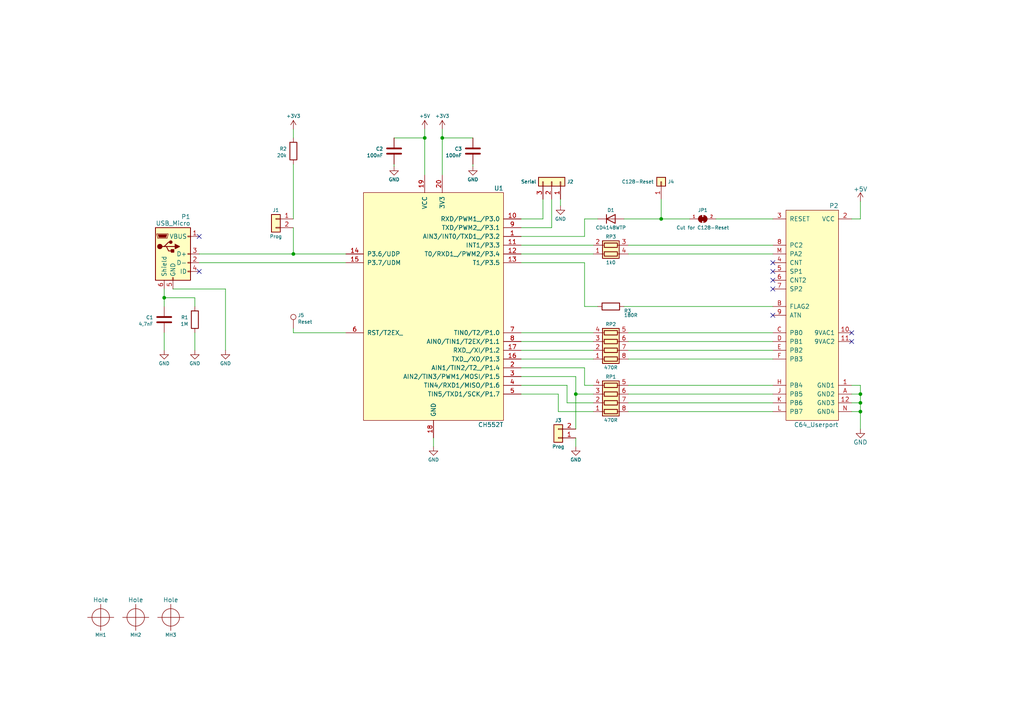
<source format=kicad_sch>
(kicad_sch (version 20211123) (generator eeschema)
  (paper "A4")
  (lib_symbols
    (symbol "Device:C" (pin_numbers hide) (pin_names (offset 0.254))
      (property "Reference" "C" (at 0.635 2.54 0))
      (property "Value" "C" (at 0.635 -2.54 0))
      (symbol "C_0_1"
        (polyline (pts (xy -2.032 -0.762) (xy 2.032 -0.762)) (stroke (width 0.508)))
        (polyline (pts (xy -2.032 0.762) (xy 2.032 0.762)) (stroke (width 0.508)))
      )
      (symbol "C_1_1"
        (pin passive line (at 0 3.81 270) (length 2.794) (name "~") (number "1"))
        (pin passive line (at 0 -3.81 90) (length 2.794) (name "~") (number "2"))
      )
    )
    (symbol "Device:D" (pin_numbers hide) (pin_names (offset 1.016) hide)
      (property "Reference" "D" (at 0 2.54 0))
      (property "Value" "D" (at 0 -2.54 0))
      (symbol "D_0_1"
        (polyline (pts (xy -1.27 1.27) (xy -1.27 -1.27)) (stroke (width 0.254)))
        (polyline (pts (xy 1.27 0) (xy -1.27 0)))
        (polyline (pts (xy 1.27 1.27) (xy 1.27 -1.27) (xy -1.27 0) (xy 1.27 1.27)) (stroke (width 0.254)))
      )
      (symbol "D_1_1"
        (pin passive line (at -3.81 0 0) (length 2.54) (name "K") (number "1"))
        (pin passive line (at 3.81 0 180) (length 2.54) (name "A") (number "2"))
      )
    )
    (symbol "Device:R" (pin_numbers hide) (pin_names (offset 0))
      (property "Reference" "R" (at 2.032 0 90))
      (property "Value" "R" (at 0 0 90))
      (symbol "R_0_1"
        (rectangle (start -1.016 -2.54) (end 1.016 2.54) (stroke (width 0.254)))
      )
      (symbol "R_1_1"
        (pin passive line (at 0 3.81 270) (length 1.27) (name "~") (number "1"))
        (pin passive line (at 0 -3.81 90) (length 1.27) (name "~") (number "2"))
      )
    )
    (symbol "Device:R_Pack02" (pin_names (offset 0) hide)
      (property "Reference" "RN" (at -5.08 0 90))
      (property "Value" "R_Pack02" (at 2.54 0 90))
      (symbol "R_Pack02_0_1"
        (rectangle (start -3.81 -2.413) (end 1.27 2.413) (stroke (width 0.254)) (fill (type background)))
        (rectangle (start -3.175 1.905) (end -1.905 -1.905) (stroke (width 0.254)))
        (rectangle (start -0.635 1.905) (end 0.635 -1.905) (stroke (width 0.254)))
        (polyline (pts (xy -2.54 -2.54) (xy -2.54 -1.905)))
        (polyline (pts (xy -2.54 1.905) (xy -2.54 2.54)))
        (polyline (pts (xy 0 -2.54) (xy 0 -1.905)))
        (polyline (pts (xy 0 1.905) (xy 0 2.54)))
      )
      (symbol "R_Pack02_1_1"
        (pin passive line (at -2.54 -5.08 90) (length 2.54) (name "R1.1") (number "1"))
        (pin passive line (at 0 -5.08 90) (length 2.54) (name "R2.1") (number "2"))
        (pin passive line (at 0 5.08 270) (length 2.54) (name "R2.2") (number "3"))
        (pin passive line (at -2.54 5.08 270) (length 2.54) (name "R1.2") (number "4"))
      )
    )
    (symbol "Device:R_Pack04" (pin_names (offset 0) hide)
      (property "Reference" "RN" (at -7.62 0 90))
      (property "Value" "R_Pack04" (at 5.08 0 90))
      (symbol "R_Pack04_0_1"
        (rectangle (start -6.35 -2.413) (end 3.81 2.413) (stroke (width 0.254)) (fill (type background)))
        (rectangle (start -5.715 1.905) (end -4.445 -1.905) (stroke (width 0.254)))
        (rectangle (start -3.175 1.905) (end -1.905 -1.905) (stroke (width 0.254)))
        (rectangle (start -0.635 1.905) (end 0.635 -1.905) (stroke (width 0.254)))
        (polyline (pts (xy -5.08 -2.54) (xy -5.08 -1.905)))
        (polyline (pts (xy -5.08 1.905) (xy -5.08 2.54)))
        (polyline (pts (xy -2.54 -2.54) (xy -2.54 -1.905)))
        (polyline (pts (xy -2.54 1.905) (xy -2.54 2.54)))
        (polyline (pts (xy 0 -2.54) (xy 0 -1.905)))
        (polyline (pts (xy 0 1.905) (xy 0 2.54)))
        (polyline (pts (xy 2.54 -2.54) (xy 2.54 -1.905)))
        (polyline (pts (xy 2.54 1.905) (xy 2.54 2.54)))
        (rectangle (start 1.905 1.905) (end 3.175 -1.905) (stroke (width 0.254)))
      )
      (symbol "R_Pack04_1_1"
        (pin passive line (at -5.08 -5.08 90) (length 2.54) (name "R1.1") (number "1"))
        (pin passive line (at -2.54 -5.08 90) (length 2.54) (name "R2.1") (number "2"))
        (pin passive line (at 0 -5.08 90) (length 2.54) (name "R3.1") (number "3"))
        (pin passive line (at 2.54 -5.08 90) (length 2.54) (name "R4.1") (number "4"))
        (pin passive line (at 2.54 5.08 270) (length 2.54) (name "R4.2") (number "5"))
        (pin passive line (at 0 5.08 270) (length 2.54) (name "R3.2") (number "6"))
        (pin passive line (at -2.54 5.08 270) (length 2.54) (name "R2.2") (number "7"))
        (pin passive line (at -5.08 5.08 270) (length 2.54) (name "R1.2") (number "8"))
      )
    )
    (symbol "TTB:CH552T" (pin_names (offset 1.016))
      (property "Reference" "U" (at 17.78 -34.925 0))
      (property "Value" "CH552T" (at 15.24 34.29 0))
      (symbol "CH552T_0_1"
        (rectangle (start -20.32 33.02) (end 20.32 -33.02) (fill (type background)))
      )
      (symbol "CH552T_1_1"
        (pin bidirectional line (at 25.4 20.32 180) (length 5.08) (name "AIN3/INT0/TXD1_/P3.2") (number "1"))
        (pin bidirectional line (at 25.4 25.4 180) (length 5.08) (name "RXD/PWM1_/P3.0") (number "10"))
        (pin bidirectional line (at 25.4 17.78 180) (length 5.08) (name "INT1/P3.3") (number "11"))
        (pin bidirectional line (at 25.4 15.24 180) (length 5.08) (name "T0/RXD1_/PWM2/P3.4") (number "12"))
        (pin bidirectional line (at 25.4 12.7 180) (length 5.08) (name "T1/P3.5") (number "13"))
        (pin bidirectional line (at -25.4 15.24 0) (length 5.08) (name "P3.6/UDP") (number "14"))
        (pin bidirectional line (at -25.4 12.7 0) (length 5.08) (name "P3.7/UDM") (number "15"))
        (pin bidirectional line (at 25.4 -15.24 180) (length 5.08) (name "TXD_/XO/P1.3") (number "16"))
        (pin bidirectional line (at 25.4 -12.7 180) (length 5.08) (name "RXD_/XI/P1.2") (number "17"))
        (pin power_in line (at 0 -38.1 90) (length 5.08) (name "GND") (number "18"))
        (pin power_in line (at -2.54 38.1 270) (length 5.08) (name "VCC") (number "19"))
        (pin bidirectional line (at 25.4 -17.78 180) (length 5.08) (name "AIN1/TIN2/T2_/P1.4") (number "2"))
        (pin power_out line (at 2.54 38.1 270) (length 5.08) (name "3V3") (number "20"))
        (pin bidirectional line (at 25.4 -20.32 180) (length 5.08) (name "AIN2/TIN3/PWM1/MOSI/P1.5") (number "3"))
        (pin bidirectional line (at 25.4 -22.86 180) (length 5.08) (name "TIN4/RXD1/MISO/P1.6") (number "4"))
        (pin bidirectional line (at 25.4 -25.4 180) (length 5.08) (name "TIN5/TXD1/SCK/P1.7") (number "5"))
        (pin input line (at -25.4 -7.62 0) (length 5.08) (name "RST/T2EX_") (number "6"))
        (pin bidirectional line (at 25.4 -7.62 180) (length 5.08) (name "TIN0/T2/P1.0") (number "7"))
        (pin bidirectional line (at 25.4 -10.16 180) (length 5.08) (name "AIN0/TIN1/T2EX/P1.1") (number "8"))
        (pin bidirectional line (at 25.4 22.86 180) (length 5.08) (name "TXD/PWM2_/P3.1") (number "9"))
      )
    )
    (symbol "TTB:Hole" (pin_names (offset 1.016))
      (property "Reference" "MH" (at 0 -5.08 0))
      (property "Value" "Hole" (at 0 5.08 0))
      (symbol "Hole_0_1"
        (polyline (pts (xy -3.81 0) (xy 3.81 0)))
        (polyline (pts (xy 0 3.81) (xy 0 -3.81)))
        (circle (center 0 0) (radius 2.54))
      )
    )
    (symbol "TTB:Solder-Jumper_2pol" (pin_names (offset 0) hide)
      (property "Reference" "JP" (at 0 1.905 0))
      (property "Value" "Solder-Jumper_2pol" (at 0 -1.905 0))
      (symbol "Solder-Jumper_2pol_1_1"
        (rectangle (start -0.508 0.508) (end 0.508 -0.508) (fill (type outline)))
        (arc (start -0.254 1.016) (mid -1.27 0) (end -0.254 -1.016))
        (arc (start -0.254 1.016) (mid -1.27 0) (end -0.254 -1.016) (fill (type outline)))
        (polyline (pts (xy -0.254 1.016) (xy -0.254 -1.016)))
        (polyline (pts (xy 0.254 1.016) (xy 0.254 -1.016)))
        (arc (start 0.254 -1.016) (mid 1.27 0) (end 0.254 1.016))
        (arc (start 0.254 -1.016) (mid 1.27 0) (end 0.254 1.016) (fill (type outline)))
        (pin passive line (at -3.81 0 0) (length 2.54) (name "A") (number "1"))
        (pin passive line (at 3.81 0 180) (length 2.54) (name "B") (number "2"))
      )
    )
    (symbol "TTB:TTB_C64_Userport2" (pin_names (offset 1.016))
      (property "Reference" "CON" (at 4.445 31.75 0))
      (property "Value" "TTB_C64_Userport2" (at 0 -31.75 0))
      (symbol "TTB_C64_Userport2_0_1"
        (rectangle (start -7.62 30.48) (end 7.62 -30.48) (fill (type background)))
      )
      (symbol "TTB_C64_Userport2_1_1"
        (pin power_out line (at 11.43 -20.32 180) (length 3.81) (name "GND1") (number "1"))
        (pin power_out line (at 11.43 -5.08 180) (length 3.81) (name "9VAC1") (number "10"))
        (pin power_out line (at 11.43 -7.62 180) (length 3.81) (name "9VAC2") (number "11"))
        (pin passive line (at 11.43 -25.4 180) (length 3.81) (name "GND3") (number "12"))
        (pin power_out line (at 11.43 27.94 180) (length 3.81) (name "VCC") (number "2"))
        (pin input line (at -11.43 27.94 0) (length 3.81) (name "RESET") (number "3"))
        (pin input line (at -11.43 15.24 0) (length 3.81) (name "CNT") (number "4"))
        (pin input line (at -11.43 12.7 0) (length 3.81) (name "SP1") (number "5"))
        (pin input line (at -11.43 10.16 0) (length 3.81) (name "CNT2") (number "6"))
        (pin input line (at -11.43 7.62 0) (length 3.81) (name "SP2") (number "7"))
        (pin input line (at -11.43 20.32 0) (length 3.81) (name "PC2") (number "8"))
        (pin input line (at -11.43 0 0) (length 3.81) (name "ATN") (number "9"))
        (pin passive line (at 11.43 -22.86 180) (length 3.81) (name "GND2") (number "A"))
        (pin input line (at -11.43 2.54 0) (length 3.81) (name "FLAG2") (number "B"))
        (pin bidirectional line (at -11.43 -5.08 0) (length 3.81) (name "PB0") (number "C"))
        (pin bidirectional line (at -11.43 -7.62 0) (length 3.81) (name "PB1") (number "D"))
        (pin bidirectional line (at -11.43 -10.16 0) (length 3.81) (name "PB2") (number "E"))
        (pin bidirectional line (at -11.43 -12.7 0) (length 3.81) (name "PB3") (number "F"))
        (pin bidirectional line (at -11.43 -20.32 0) (length 3.81) (name "PB4") (number "H"))
        (pin bidirectional line (at -11.43 -22.86 0) (length 3.81) (name "PB5") (number "J"))
        (pin bidirectional line (at -11.43 -25.4 0) (length 3.81) (name "PB6") (number "K"))
        (pin bidirectional line (at -11.43 -27.94 0) (length 3.81) (name "PB7") (number "L"))
        (pin bidirectional line (at -11.43 17.78 0) (length 3.81) (name "PA2") (number "M"))
        (pin passive line (at 11.43 -27.94 180) (length 3.81) (name "GND4") (number "N"))
      )
    )
    (symbol "conn:Conn_01x01" (pin_names (offset 1.016) hide)
      (property "Reference" "J" (at 0 2.54 0))
      (property "Value" "conn_Conn_01x01" (at 0 -2.54 0))
      (symbol "Conn_01x01_1_1"
        (rectangle (start -1.27 0.127) (end 0 -0.127) (stroke (width 0.1524)))
        (rectangle (start -1.27 1.27) (end 1.27 -1.27) (stroke (width 0.254)) (fill (type background)))
        (pin passive line (at -5.08 0 0) (length 3.81) (name "Pin_1") (number "1"))
      )
    )
    (symbol "conn:Conn_01x02" (pin_names (offset 1.016) hide)
      (property "Reference" "J" (at 0 2.54 0))
      (property "Value" "conn_Conn_01x02" (at 0 -5.08 0))
      (symbol "Conn_01x02_1_1"
        (rectangle (start -1.27 -2.413) (end 0 -2.667) (stroke (width 0.1524)))
        (rectangle (start -1.27 0.127) (end 0 -0.127) (stroke (width 0.1524)))
        (rectangle (start -1.27 1.27) (end 1.27 -3.81) (stroke (width 0.254)) (fill (type background)))
        (pin passive line (at -5.08 0 0) (length 3.81) (name "Pin_1") (number "1"))
        (pin passive line (at -5.08 -2.54 0) (length 3.81) (name "Pin_2") (number "2"))
      )
    )
    (symbol "conn:Conn_01x03" (pin_names (offset 1.016) hide)
      (property "Reference" "J" (at 0 5.08 0))
      (property "Value" "conn_Conn_01x03" (at 0 -5.08 0))
      (symbol "Conn_01x03_1_1"
        (rectangle (start -1.27 -2.413) (end 0 -2.667) (stroke (width 0.1524)))
        (rectangle (start -1.27 0.127) (end 0 -0.127) (stroke (width 0.1524)))
        (rectangle (start -1.27 2.667) (end 0 2.413) (stroke (width 0.1524)))
        (rectangle (start -1.27 3.81) (end 1.27 -3.81) (stroke (width 0.254)) (fill (type background)))
        (pin passive line (at -5.08 2.54 0) (length 3.81) (name "Pin_1") (number "1"))
        (pin passive line (at -5.08 0 0) (length 3.81) (name "Pin_2") (number "2"))
        (pin passive line (at -5.08 -2.54 0) (length 3.81) (name "Pin_3") (number "3"))
      )
    )
    (symbol "conn:TEST_1P" (pin_numbers hide) (pin_names (offset 0.762) hide)
      (property "Reference" "J" (at 0 6.858 0))
      (property "Value" "conn_TEST_1P" (at 0 5.08 0))
      (symbol "TEST_1P_0_1"
        (circle (center 0 3.302) (radius 0.762))
      )
      (symbol "TEST_1P_1_1"
        (pin passive line (at 0 0 90) (length 2.54) (name "1") (number "1"))
      )
    )
    (symbol "conn:USB_OTG" (pin_names (offset 1.016))
      (property "Reference" "J" (at -5.08 11.43 0))
      (property "Value" "conn_USB_OTG" (at -5.08 8.89 0))
      (symbol "USB_OTG_0_1"
        (rectangle (start -5.08 -7.62) (end 5.08 7.62) (stroke (width 0.254)) (fill (type background)))
        (circle (center -3.81 2.159) (radius 0.635) (stroke (width 0.254)) (fill (type outline)))
        (circle (center -0.635 3.429) (radius 0.381) (stroke (width 0.254)) (fill (type outline)))
        (rectangle (start -0.127 -7.62) (end 0.127 -6.858))
        (polyline (pts (xy -1.905 2.159) (xy 0.635 2.159)) (stroke (width 0.254)))
        (polyline (pts (xy -3.175 2.159) (xy -2.54 2.159) (xy -1.27 3.429) (xy -0.635 3.429)) (stroke (width 0.254)))
        (polyline (pts (xy -2.54 2.159) (xy -1.905 2.159) (xy -1.27 0.889) (xy 0 0.889)) (stroke (width 0.254)))
        (polyline (pts (xy 0.635 2.794) (xy 0.635 1.524) (xy 1.905 2.159) (xy 0.635 2.794)) (stroke (width 0.254)) (fill (type outline)))
        (polyline (pts (xy -4.318 5.588) (xy -1.778 5.588) (xy -2.032 4.826) (xy -4.064 4.826) (xy -4.318 5.588)) (fill (type outline)))
        (polyline (pts (xy -4.699 5.842) (xy -4.699 5.588) (xy -4.445 4.826) (xy -4.445 4.572) (xy -1.651 4.572) (xy -1.651 4.826) (xy -1.397 5.588) (xy -1.397 5.842) (xy -4.699 5.842)))
        (rectangle (start 0.254 1.27) (end -0.508 0.508) (stroke (width 0.254)) (fill (type outline)))
        (rectangle (start 5.08 -5.207) (end 4.318 -4.953))
        (rectangle (start 5.08 -2.667) (end 4.318 -2.413))
        (rectangle (start 5.08 -0.127) (end 4.318 0.127))
        (rectangle (start 5.08 4.953) (end 4.318 5.207))
      )
      (symbol "USB_OTG_1_1"
        (pin power_in line (at 7.62 5.08 180) (length 2.54) (name "VBUS") (number "1"))
        (pin passive line (at 7.62 -2.54 180) (length 2.54) (name "D-") (number "2"))
        (pin passive line (at 7.62 0 180) (length 2.54) (name "D+") (number "3"))
        (pin passive line (at 7.62 -5.08 180) (length 2.54) (name "ID") (number "4"))
        (pin power_in line (at 0 -10.16 90) (length 2.54) (name "GND") (number "5"))
        (pin passive line (at -2.54 -10.16 90) (length 2.54) (name "Shield") (number "6"))
      )
    )
    (symbol "power:+3V3" (power) (pin_names (offset 0))
      (property "Value" "+3V3" (at 0 3.556 0))
      (symbol "+3V3_0_1"
        (polyline (pts (xy -0.762 1.27) (xy 0 2.54)))
        (polyline (pts (xy 0 0) (xy 0 2.54)))
        (polyline (pts (xy 0 2.54) (xy 0.762 1.27)))
      )
      (symbol "+3V3_1_1"
        (pin power_in line (at 0 0 90) (length 0) hide (name "+3V3") (number "1"))
      )
    )
    (symbol "power:+5V" (power) (pin_names (offset 0))
      (property "Value" "+5V" (at 0 3.556 0))
      (symbol "+5V_0_1"
        (polyline (pts (xy -0.762 1.27) (xy 0 2.54)))
        (polyline (pts (xy 0 0) (xy 0 2.54)))
        (polyline (pts (xy 0 2.54) (xy 0.762 1.27)))
      )
      (symbol "+5V_1_1"
        (pin power_in line (at 0 0 90) (length 0) hide (name "+5V") (number "1"))
      )
    )
    (symbol "power:GND" (power) (pin_names (offset 0))
      (property "Value" "GND" (at 0 -3.81 0))
      (symbol "GND_0_1"
        (polyline (pts (xy 0 0) (xy 0 -1.27) (xy 1.27 -1.27) (xy 0 -2.54) (xy -1.27 -1.27) (xy 0 -1.27)))
      )
      (symbol "GND_1_1"
        (pin power_in line (at 0 0 270) (length 0) hide (name "GND") (number "1"))
      )
    )
  )
  (junction (at 47.625 86.36))
  (junction (at 249.555 114.3))
  (junction (at 85.09 73.66))
  (junction (at 123.19 40.005))
  (junction (at 249.555 116.84))
  (junction (at 191.77 63.5))
  (junction (at 128.27 40.005))
  (junction (at 167.005 114.3))
  (junction (at 249.555 119.38))
  (no_connect (at 57.785 78.74))
  (no_connect (at 224.155 81.28))
  (no_connect (at 224.155 83.82))
  (no_connect (at 224.155 76.2))
  (no_connect (at 224.155 91.44))
  (no_connect (at 247.015 99.06))
  (no_connect (at 247.015 96.52))
  (no_connect (at 57.785 68.58))
  (no_connect (at 224.155 78.74))
  (wire (pts (xy 128.27 40.005) (xy 128.27 50.8)))
  (wire (pts (xy 249.555 114.3) (xy 249.555 116.84)))
  (wire (pts (xy 169.545 76.2) (xy 169.545 88.9)))
  (wire (pts (xy 151.13 109.22) (xy 167.005 109.22)))
  (wire (pts (xy 224.155 88.9) (xy 180.975 88.9)))
  (wire (pts (xy 161.925 119.38) (xy 172.085 119.38)))
  (wire (pts (xy 182.245 73.66) (xy 224.155 73.66)))
  (wire (pts (xy 137.16 40.005) (xy 128.27 40.005)))
  (wire (pts (xy 249.555 119.38) (xy 249.555 124.46)))
  (wire (pts (xy 157.48 63.5) (xy 157.48 57.785)))
  (wire (pts (xy 182.245 116.84) (xy 224.155 116.84)))
  (wire (pts (xy 249.555 63.5) (xy 249.555 58.42)))
  (wire (pts (xy 47.625 96.52) (xy 47.625 101.6)))
  (wire (pts (xy 182.245 104.14) (xy 224.155 104.14)))
  (wire (pts (xy 167.005 114.3) (xy 172.085 114.3)))
  (wire (pts (xy 247.015 116.84) (xy 249.555 116.84)))
  (wire (pts (xy 169.545 68.58) (xy 151.13 68.58)))
  (wire (pts (xy 164.465 111.76) (xy 151.13 111.76)))
  (wire (pts (xy 151.13 63.5) (xy 157.48 63.5)))
  (wire (pts (xy 247.015 111.76) (xy 249.555 111.76)))
  (wire (pts (xy 249.555 116.84) (xy 249.555 119.38)))
  (wire (pts (xy 151.13 104.14) (xy 172.085 104.14)))
  (wire (pts (xy 167.005 127) (xy 167.005 129.54)))
  (wire (pts (xy 56.515 86.36) (xy 47.625 86.36)))
  (wire (pts (xy 182.245 99.06) (xy 224.155 99.06)))
  (wire (pts (xy 151.13 99.06) (xy 172.085 99.06)))
  (wire (pts (xy 85.09 37.465) (xy 85.09 40.005)))
  (wire (pts (xy 151.13 76.2) (xy 169.545 76.2)))
  (wire (pts (xy 47.625 83.82) (xy 47.625 86.36)))
  (wire (pts (xy 207.645 63.5) (xy 224.155 63.5)))
  (wire (pts (xy 56.515 88.9) (xy 56.515 86.36)))
  (wire (pts (xy 247.015 63.5) (xy 249.555 63.5)))
  (wire (pts (xy 125.73 129.54) (xy 125.73 127)))
  (wire (pts (xy 164.465 116.84) (xy 164.465 111.76)))
  (wire (pts (xy 128.27 37.465) (xy 128.27 40.005)))
  (wire (pts (xy 56.515 101.6) (xy 56.515 96.52)))
  (wire (pts (xy 151.13 73.66) (xy 172.085 73.66)))
  (wire (pts (xy 50.165 83.82) (xy 65.405 83.82)))
  (wire (pts (xy 172.085 116.84) (xy 164.465 116.84)))
  (wire (pts (xy 123.19 37.465) (xy 123.19 40.005)))
  (wire (pts (xy 151.13 106.68) (xy 169.545 106.68)))
  (wire (pts (xy 151.13 71.12) (xy 172.085 71.12)))
  (wire (pts (xy 151.13 101.6) (xy 172.085 101.6)))
  (wire (pts (xy 151.13 114.3) (xy 161.925 114.3)))
  (wire (pts (xy 182.245 114.3) (xy 224.155 114.3)))
  (wire (pts (xy 123.19 40.005) (xy 123.19 50.8)))
  (wire (pts (xy 191.77 63.5) (xy 200.025 63.5)))
  (wire (pts (xy 114.3 47.625) (xy 114.3 48.26)))
  (wire (pts (xy 169.545 111.76) (xy 172.085 111.76)))
  (wire (pts (xy 182.245 119.38) (xy 224.155 119.38)))
  (wire (pts (xy 161.925 114.3) (xy 161.925 119.38)))
  (wire (pts (xy 167.005 109.22) (xy 167.005 114.3)))
  (wire (pts (xy 151.13 66.04) (xy 160.02 66.04)))
  (wire (pts (xy 173.355 63.5) (xy 169.545 63.5)))
  (wire (pts (xy 85.09 47.625) (xy 85.09 63.5)))
  (wire (pts (xy 57.785 73.66) (xy 85.09 73.66)))
  (wire (pts (xy 85.09 73.66) (xy 100.33 73.66)))
  (wire (pts (xy 160.02 66.04) (xy 160.02 57.785)))
  (wire (pts (xy 180.975 63.5) (xy 191.77 63.5)))
  (wire (pts (xy 169.545 106.68) (xy 169.545 111.76)))
  (wire (pts (xy 249.555 111.76) (xy 249.555 114.3)))
  (wire (pts (xy 182.245 96.52) (xy 224.155 96.52)))
  (wire (pts (xy 114.3 40.005) (xy 123.19 40.005)))
  (wire (pts (xy 182.245 71.12) (xy 224.155 71.12)))
  (wire (pts (xy 85.09 95.25) (xy 85.09 96.52)))
  (wire (pts (xy 85.09 66.04) (xy 85.09 73.66)))
  (wire (pts (xy 247.015 119.38) (xy 249.555 119.38)))
  (wire (pts (xy 169.545 63.5) (xy 169.545 68.58)))
  (wire (pts (xy 151.13 96.52) (xy 172.085 96.52)))
  (wire (pts (xy 191.77 63.5) (xy 191.77 57.785)))
  (wire (pts (xy 167.005 114.3) (xy 167.005 124.46)))
  (wire (pts (xy 247.015 114.3) (xy 249.555 114.3)))
  (wire (pts (xy 137.16 47.625) (xy 137.16 48.26)))
  (wire (pts (xy 169.545 88.9) (xy 173.355 88.9)))
  (wire (pts (xy 182.245 111.76) (xy 224.155 111.76)))
  (wire (pts (xy 65.405 83.82) (xy 65.405 101.6)))
  (wire (pts (xy 100.33 96.52) (xy 85.09 96.52)))
  (wire (pts (xy 162.56 57.785) (xy 162.56 59.69)))
  (wire (pts (xy 100.33 76.2) (xy 57.785 76.2)))
  (wire (pts (xy 47.625 86.36) (xy 47.625 88.9)))
  (wire (pts (xy 182.245 101.6) (xy 224.155 101.6)))
  (symbol (lib_id "Device:C") (at 114.3 43.815 0) (mirror x) (unit 1)
    (property "Reference" "C2" (at 111.125 43.18 0) (effects (font (size 0.9906 0.9906)) (justify right)))
    (property "Value" "100nF" (at 111.125 45.085 0) (effects (font (size 0.9906 0.9906)) (justify right)))
    (property "Footprint" "TTB_MyLib:TTB_C0603" (effects hide))
    (property "LCSC" "C14663" (effects hide))
  )
  (symbol (lib_id "Device:C") (at 137.16 43.815 0) (mirror x) (unit 1)
    (property "Reference" "C3" (at 133.985 43.18 0) (effects (font (size 0.9906 0.9906)) (justify right)))
    (property "Value" "100nF" (at 133.985 45.085 0) (effects (font (size 0.9906 0.9906)) (justify right)))
    (property "Footprint" "TTB_MyLib:TTB_C0603" (effects hide))
    (property "LCSC" "C14663" (effects hide))
  )
  (symbol (lib_id "Device:D") (at 177.165 63.5 0) (unit 1)
    (property "Reference" "D1" (at 177.165 60.96 0) (effects (font (size 0.9906 0.9906))))
    (property "Value" "CD4148WTP" (at 177.165 66.04 0) (effects (font (size 0.9906 0.9906))))
    (property "Footprint" "TTB_MyLib:TTB_D0603" (effects hide))
    (property "LCSC" "C109002" (effects hide))
  )
  (symbol (lib_id "Device:R") (at 56.515 92.71 180) (unit 1)
    (property "Reference" "R1" (at 54.61 92.075 0) (effects (font (size 0.9906 0.9906)) (justify left)))
    (property "Value" "1M" (at 54.61 93.98 0) (effects (font (size 0.9906 0.9906)) (justify left)))
    (property "Footprint" "TTB_MyLib:TTB_R0603" (effects hide))
    (property "LCSC" "C105578" (effects hide))
  )
  (symbol (lib_id "power:GND") (at 125.73 129.54 0) (unit 1)
    (property "Reference" "#PWR01" (effects hide))
    (property "Value" "GND" (at 125.73 133.35 0) (effects (font (size 0.9906 0.9906))))
  )
  (symbol (lib_id "power:GND") (at 249.555 124.46 0) (unit 1)
    (property "Reference" "#PWR02" (effects hide))
    (property "Value" "GND" (at 249.555 128.27 0))
  )
  (symbol (lib_id "power:+5V") (at 249.555 58.42 0) (unit 1)
    (property "Reference" "#PWR03" (effects hide))
    (property "Value" "+5V" (at 249.555 54.864 0))
  )
  (symbol (lib_id "power:+5V") (at 123.19 37.465 0) (unit 1)
    (property "Reference" "#PWR04" (effects hide))
    (property "Value" "+5V" (at 123.19 33.655 0) (effects (font (size 0.9906 0.9906))))
  )
  (symbol (lib_id "power:GND") (at 114.3 48.26 0) (unit 1)
    (property "Reference" "#PWR05" (effects hide))
    (property "Value" "GND" (at 114.3 52.07 0) (effects (font (size 0.9906 0.9906))))
  )
  (symbol (lib_id "power:GND") (at 137.16 48.26 0) (unit 1)
    (property "Reference" "#PWR06" (effects hide))
    (property "Value" "GND" (at 137.16 52.07 0) (effects (font (size 0.9906 0.9906))))
  )
  (symbol (lib_id "TTB:Hole") (at 29.21 179.07 0) (unit 1)
    (property "Reference" "MH1" (at 29.21 184.15 0) (effects (font (size 0.9906 0.9906))))
    (property "Value" "Hole" (at 29.21 173.99 0))
    (property "Footprint" "Mounting_Holes:MountingHole_3mm" (effects hide))
  )
  (symbol (lib_id "TTB:Hole") (at 39.37 179.07 0) (unit 1)
    (property "Reference" "MH2" (at 39.37 184.15 0) (effects (font (size 0.9906 0.9906))))
    (property "Value" "Hole" (at 39.37 173.99 0))
    (property "Footprint" "Mounting_Holes:MountingHole_3mm" (effects hide))
  )
  (symbol (lib_id "TTB:Hole") (at 49.53 179.07 0) (unit 1)
    (property "Reference" "MH3" (at 49.53 184.15 0) (effects (font (size 0.9906 0.9906))))
    (property "Value" "Hole" (at 49.53 173.99 0))
    (property "Footprint" "Mounting_Holes:MountingHole_3mm" (effects hide))
  )
  (symbol (lib_id "TTB:CH552T") (at 125.73 88.9 0) (unit 1)
    (property "Reference" "U1" (at 146.05 54.61 0) (effects (justify right)))
    (property "Value" "CH552T" (at 146.05 123.19 0) (effects (justify right)))
    (property "Footprint" "Housings_SSOP:TSSOP-20_4.4x6.5mm_Pitch0.65mm" (effects hide))
    (property "LCSC" "C111367" (effects hide))
  )
  (symbol (lib_id "Device:R_Pack04") (at 177.165 114.3 270) (mirror x) (unit 1)
    (property "Reference" "RP1" (at 177.165 109.855 90) (effects (font (size 0.9906 0.9906)) (justify top)))
    (property "Value" "470R" (at 177.165 121.285 90) (effects (font (size 0.9906 0.9906)) (justify bottom)))
    (property "Footprint" "TTB_MyLib:TTB_RNet1206_4R" (effects hide))
    (property "LCSC" "C102671" (effects hide))
  )
  (symbol (lib_id "Device:R_Pack04") (at 177.165 99.06 270) (mirror x) (unit 1)
    (property "Reference" "RP2" (at 177.165 94.615 90) (effects (font (size 0.9906 0.9906)) (justify top)))
    (property "Value" "470R" (at 177.165 106.045 90) (effects (font (size 0.9906 0.9906)) (justify bottom)))
    (property "Footprint" "TTB_MyLib:TTB_RNet1206_4R" (effects hide))
    (property "LCSC" "C102671" (effects hide))
  )
  (symbol (lib_id "Device:R") (at 177.165 88.9 270) (unit 1)
    (property "Reference" "R3" (at 180.975 90.17 90) (effects (font (size 0.9906 0.9906)) (justify left)))
    (property "Value" "180R" (at 180.975 91.44 90) (effects (font (size 0.9906 0.9906)) (justify left)))
    (property "Footprint" "TTB_MyLib:TTB_R0603" (effects hide))
  )
  (symbol (lib_id "Device:R_Pack02") (at 177.165 71.12 270) (mirror x) (unit 1)
    (property "Reference" "RP3" (at 177.165 69.215 90) (effects (font (size 0.9906 0.9906)) (justify top)))
    (property "Value" "1k0" (at 177.165 75.565 90) (effects (font (size 0.9906 0.9906)) (justify bottom)))
    (property "Footprint" "TTB_MyLib:TTB_RNet1206_2R" (effects hide))
  )
  (symbol (lib_id "conn:Conn_01x02") (at 161.925 127 180) (unit 1)
    (property "Reference" "J3" (at 161.925 121.92 0) (effects (font (size 0.9906 0.9906))))
    (property "Value" "Prog" (at 161.925 129.54 0) (effects (font (size 0.9906 0.9906))))
    (property "Footprint" "TTB_MyLib:TTB_Pinhead_1x2_Rahmen" (effects hide))
  )
  (symbol (lib_id "power:GND") (at 167.005 129.54 0) (unit 1)
    (property "Reference" "#PWR012" (effects hide))
    (property "Value" "GND" (at 167.005 133.35 0) (effects (font (size 0.9906 0.9906))))
  )
  (symbol (lib_id "power:GND") (at 65.405 101.6 0) (unit 1)
    (property "Reference" "#PWR07" (effects hide))
    (property "Value" "GND" (at 65.405 105.41 0) (effects (font (size 0.9906 0.9906))))
  )
  (symbol (lib_id "Device:C") (at 47.625 92.71 0) (mirror x) (unit 1)
    (property "Reference" "C1" (at 44.45 92.075 0) (effects (font (size 0.9906 0.9906)) (justify right)))
    (property "Value" "4,7nF" (at 44.45 93.98 0) (effects (font (size 0.9906 0.9906)) (justify right)))
    (property "Footprint" "TTB_MyLib:TTB_C0603" (effects hide))
    (property "LCSC" "C106218" (effects hide))
  )
  (symbol (lib_id "power:GND") (at 47.625 101.6 0) (unit 1)
    (property "Reference" "#PWR08" (effects hide))
    (property "Value" "GND" (at 47.625 105.41 0) (effects (font (size 0.9906 0.9906))))
  )
  (symbol (lib_id "power:GND") (at 56.515 101.6 0) (unit 1)
    (property "Reference" "#PWR09" (effects hide))
    (property "Value" "GND" (at 56.515 105.41 0) (effects (font (size 0.9906 0.9906))))
  )
  (symbol (lib_id "TTB:TTB_C64_Userport2") (at 235.585 91.44 0) (unit 1)
    (property "Reference" "P2" (at 243.205 59.69 0) (effects (justify right)))
    (property "Value" "C64_Userport" (at 243.205 123.19 0) (effects (justify right)))
    (property "Footprint" "TTB_MyLib:TTB_C64_Userport" (effects hide))
  )
  (symbol (lib_id "power:+3V3") (at 128.27 37.465 0) (unit 1)
    (property "Reference" "#PWR010" (effects hide))
    (property "Value" "+3V3" (at 128.27 33.655 0) (effects (font (size 0.9906 0.9906))))
  )
  (symbol (lib_id "power:+3V3") (at 85.09 37.465 0) (unit 1)
    (property "Reference" "#PWR011" (effects hide))
    (property "Value" "+3V3" (at 85.09 33.655 0) (effects (font (size 0.9906 0.9906))))
  )
  (symbol (lib_id "Device:R") (at 85.09 43.815 180) (unit 1)
    (property "Reference" "R2" (at 83.185 43.18 0) (effects (font (size 0.9906 0.9906)) (justify left)))
    (property "Value" "20k" (at 83.185 45.085 0) (effects (font (size 0.9906 0.9906)) (justify left)))
    (property "Footprint" "TTB_MyLib:TTB_R0603" (effects hide))
    (property "LCSC" "C105575" (effects hide))
  )
  (symbol (lib_id "conn:USB_OTG") (at 50.165 73.66 0) (unit 1)
    (property "Reference" "P1" (at 55.245 62.865 0) (effects (justify right)))
    (property "Value" "USB_Micro" (at 55.245 64.77 0) (effects (justify right)))
    (property "Footprint" "TTB_MyLib:TTB_USB-B_Micro_LCSC_C10418" (effects hide))
    (property "Datasheet" "LCSC: C10418" (effects hide))
    (property "LCSC" "C10418" (effects hide))
  )
  (symbol (lib_id "conn:Conn_01x02") (at 80.01 63.5 0) (mirror y) (unit 1)
    (property "Reference" "J1" (at 80.01 60.96 0) (effects (font (size 0.9906 0.9906))))
    (property "Value" "Prog" (at 80.01 68.58 0) (effects (font (size 0.9906 0.9906))))
    (property "Footprint" "TTB_MyLib:TTB_Pinhead_2x1_2mm" (effects hide))
  )
  (symbol (lib_id "conn:Conn_01x03") (at 160.02 52.705 270) (mirror x) (unit 1)
    (property "Reference" "J2" (at 164.465 52.705 90) (effects (font (size 0.9906 0.9906)) (justify left)))
    (property "Value" "Serial" (at 155.575 52.705 90) (effects (font (size 0.9906 0.9906)) (justify right)))
    (property "Footprint" "TTB_MyLib:TTB_Pinhead_1x3_Rahmen" (effects hide))
  )
  (symbol (lib_id "power:GND") (at 162.56 59.69 0) (unit 1)
    (property "Reference" "#PWR013" (effects hide))
    (property "Value" "GND" (at 162.56 63.5 0) (effects (font (size 0.9906 0.9906))))
  )
  (symbol (lib_id "conn:Conn_01x01") (at 191.77 52.705 90) (unit 1)
    (property "Reference" "J4" (at 193.675 52.705 90) (effects (font (size 0.9906 0.9906)) (justify right)))
    (property "Value" "C128-Reset" (at 180.34 52.705 90) (effects (font (size 0.9906 0.9906)) (justify right)))
    (property "Footprint" "TTB_MyLib:TTB_Pinhead_1x1_Rahmen" (effects hide))
  )
  (symbol (lib_id "TTB:Solder-Jumper_2pol") (at 203.835 63.5 0) (unit 1)
    (property "Reference" "JP1" (at 203.835 60.96 0) (effects (font (size 0.9906 0.9906))))
    (property "Value" "Cut for C128-Reset" (at 203.835 66.04 0) (effects (font (size 0.9906 0.9906))))
    (property "Footprint" "Jumper:SolderJumper-2_P1.3mm_Bridged_Pad1.0x1.5mm" (effects hide))
  )
  (symbol (lib_id "conn:TEST_1P") (at 85.09 95.25 0) (unit 1)
    (property "Reference" "J5" (at 86.36 91.44 0) (effects (font (size 0.9906 0.9906)) (justify left)))
    (property "Value" "Reset" (at 86.36 93.345 0) (effects (font (size 0.9906 0.9906)) (justify left)))
    (property "Footprint" "Measurement_Points:Measurement_Point_Round-SMD-Pad_Small" (effects hide))
  )
)
</source>
